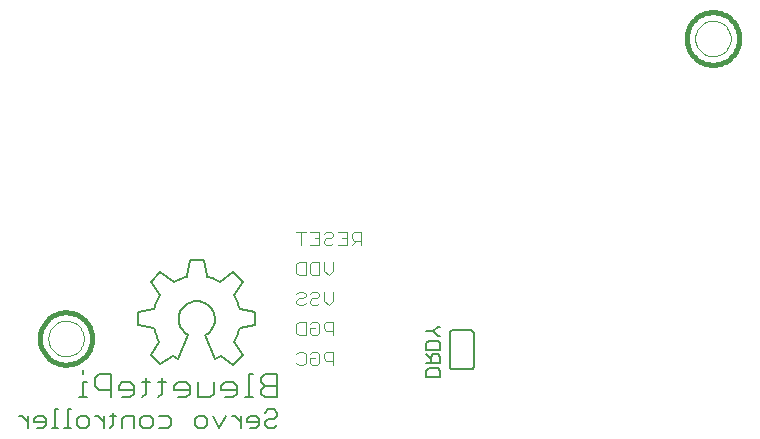
<source format=gbo>
G75*
G70*
%OFA0B0*%
%FSLAX24Y24*%
%IPPOS*%
%LPD*%
%AMOC8*
5,1,8,0,0,1.08239X$1,22.5*
%
%ADD10C,0.0070*%
%ADD11C,0.0050*%
%ADD12C,0.0160*%
%ADD13C,0.0040*%
%ADD14C,0.0080*%
%ADD15C,0.0000*%
%ADD16C,0.0060*%
D10*
X010925Y005255D02*
X011189Y005255D01*
X011057Y005255D02*
X011057Y005783D01*
X011189Y005783D01*
X011454Y005914D02*
X011454Y005651D01*
X011585Y005519D01*
X011981Y005519D01*
X011981Y005255D02*
X011981Y006046D01*
X011585Y006046D01*
X011454Y005914D01*
X011057Y006046D02*
X011057Y006178D01*
X012245Y005651D02*
X012245Y005519D01*
X012773Y005519D01*
X012773Y005387D02*
X012773Y005651D01*
X012641Y005783D01*
X012377Y005783D01*
X012245Y005651D01*
X012377Y005255D02*
X012641Y005255D01*
X012773Y005387D01*
X013037Y005255D02*
X013169Y005387D01*
X013169Y005914D01*
X013301Y005783D02*
X013037Y005783D01*
X013565Y005783D02*
X013828Y005783D01*
X013697Y005914D02*
X013697Y005387D01*
X013565Y005255D01*
X014093Y005519D02*
X014093Y005651D01*
X014225Y005783D01*
X014489Y005783D01*
X014620Y005651D01*
X014620Y005387D01*
X014489Y005255D01*
X014225Y005255D01*
X014093Y005519D02*
X014620Y005519D01*
X014885Y005255D02*
X014885Y005783D01*
X015412Y005783D02*
X015412Y005387D01*
X015280Y005255D01*
X014885Y005255D01*
X015677Y005519D02*
X016204Y005519D01*
X016204Y005387D02*
X016204Y005651D01*
X016072Y005783D01*
X015809Y005783D01*
X015677Y005651D01*
X015677Y005519D01*
X015809Y005255D02*
X016072Y005255D01*
X016204Y005387D01*
X016468Y005255D02*
X016732Y005255D01*
X016600Y005255D02*
X016600Y006046D01*
X016732Y006046D01*
X016997Y005914D02*
X016997Y005783D01*
X017129Y005651D01*
X017524Y005651D01*
X017129Y005651D02*
X016997Y005519D01*
X016997Y005387D01*
X017129Y005255D01*
X017524Y005255D01*
X017524Y006046D01*
X017129Y006046D01*
X016997Y005914D01*
D11*
X009025Y004652D02*
X008923Y004652D01*
X009025Y004652D02*
X009228Y004449D01*
X009429Y004449D02*
X009836Y004449D01*
X009836Y004347D02*
X009836Y004551D01*
X009734Y004652D01*
X009531Y004652D01*
X009429Y004551D01*
X009429Y004449D01*
X009531Y004245D02*
X009734Y004245D01*
X009836Y004347D01*
X010038Y004245D02*
X010241Y004245D01*
X010139Y004245D02*
X010139Y004856D01*
X010241Y004856D01*
X010545Y004856D02*
X010545Y004245D01*
X010646Y004245D02*
X010443Y004245D01*
X010847Y004347D02*
X010847Y004551D01*
X010949Y004652D01*
X011152Y004652D01*
X011254Y004551D01*
X011254Y004347D01*
X011152Y004245D01*
X010949Y004245D01*
X010847Y004347D01*
X010646Y004856D02*
X010545Y004856D01*
X011455Y004652D02*
X011557Y004652D01*
X011761Y004449D01*
X011761Y004652D02*
X011761Y004245D01*
X011962Y004245D02*
X012064Y004347D01*
X012064Y004754D01*
X012166Y004652D02*
X011962Y004652D01*
X012366Y004551D02*
X012366Y004245D01*
X012366Y004551D02*
X012468Y004652D01*
X012773Y004652D01*
X012773Y004245D01*
X012974Y004347D02*
X012974Y004551D01*
X013076Y004652D01*
X013279Y004652D01*
X013381Y004551D01*
X013381Y004347D01*
X013279Y004245D01*
X013076Y004245D01*
X012974Y004347D01*
X013582Y004245D02*
X013887Y004245D01*
X013989Y004347D01*
X013989Y004551D01*
X013887Y004652D01*
X013582Y004652D01*
X014797Y004551D02*
X014797Y004347D01*
X014899Y004245D01*
X015103Y004245D01*
X015204Y004347D01*
X015204Y004551D01*
X015103Y004652D01*
X014899Y004652D01*
X014797Y004551D01*
X015405Y004652D02*
X015608Y004245D01*
X015812Y004652D01*
X016013Y004652D02*
X016115Y004652D01*
X016318Y004449D01*
X016519Y004449D02*
X016519Y004551D01*
X016621Y004652D01*
X016824Y004652D01*
X016926Y004551D01*
X016926Y004347D01*
X016824Y004245D01*
X016621Y004245D01*
X016519Y004449D02*
X016926Y004449D01*
X017127Y004449D02*
X017229Y004551D01*
X017432Y004551D01*
X017534Y004652D01*
X017534Y004754D01*
X017432Y004856D01*
X017229Y004856D01*
X017127Y004754D01*
X017127Y004449D02*
X017127Y004347D01*
X017229Y004245D01*
X017432Y004245D01*
X017534Y004347D01*
X016318Y004245D02*
X016318Y004652D01*
X022509Y005929D02*
X022509Y006154D01*
X022584Y006229D01*
X022884Y006229D01*
X022959Y006154D01*
X022959Y005929D01*
X022509Y005929D01*
X022509Y006389D02*
X022959Y006389D01*
X022959Y006614D01*
X022884Y006690D01*
X022734Y006690D01*
X022659Y006614D01*
X022659Y006389D01*
X022659Y006539D02*
X022509Y006690D01*
X022509Y006850D02*
X022509Y007075D01*
X022584Y007150D01*
X022884Y007150D01*
X022959Y007075D01*
X022959Y006850D01*
X022509Y006850D01*
X022884Y007310D02*
X022734Y007460D01*
X022509Y007460D01*
X022734Y007460D02*
X022884Y007610D01*
X022959Y007610D01*
X022959Y007310D02*
X022884Y007310D01*
X009228Y004652D02*
X009228Y004245D01*
D12*
X009625Y007220D02*
X009627Y007279D01*
X009633Y007337D01*
X009643Y007395D01*
X009657Y007453D01*
X009674Y007509D01*
X009696Y007563D01*
X009721Y007617D01*
X009749Y007668D01*
X009781Y007718D01*
X009816Y007765D01*
X009855Y007809D01*
X009896Y007851D01*
X009940Y007890D01*
X009986Y007926D01*
X010035Y007959D01*
X010086Y007989D01*
X010139Y008014D01*
X010193Y008037D01*
X010249Y008055D01*
X010306Y008070D01*
X010364Y008081D01*
X010423Y008088D01*
X010481Y008091D01*
X010540Y008090D01*
X010599Y008085D01*
X010657Y008076D01*
X010714Y008063D01*
X010771Y008047D01*
X010826Y008026D01*
X010880Y008002D01*
X010931Y007974D01*
X010981Y007943D01*
X011029Y007909D01*
X011074Y007871D01*
X011117Y007831D01*
X011157Y007787D01*
X011194Y007741D01*
X011227Y007693D01*
X011258Y007643D01*
X011284Y007590D01*
X011308Y007536D01*
X011327Y007481D01*
X011343Y007424D01*
X011355Y007366D01*
X011363Y007308D01*
X011367Y007249D01*
X011367Y007191D01*
X011363Y007132D01*
X011355Y007074D01*
X011343Y007016D01*
X011327Y006959D01*
X011308Y006904D01*
X011284Y006850D01*
X011258Y006797D01*
X011227Y006747D01*
X011194Y006699D01*
X011157Y006653D01*
X011117Y006609D01*
X011074Y006569D01*
X011029Y006531D01*
X010981Y006497D01*
X010932Y006466D01*
X010880Y006438D01*
X010826Y006414D01*
X010771Y006393D01*
X010714Y006377D01*
X010657Y006364D01*
X010599Y006355D01*
X010540Y006350D01*
X010481Y006349D01*
X010423Y006352D01*
X010364Y006359D01*
X010306Y006370D01*
X010249Y006385D01*
X010193Y006403D01*
X010139Y006426D01*
X010086Y006451D01*
X010035Y006481D01*
X009986Y006514D01*
X009940Y006550D01*
X009896Y006589D01*
X009855Y006631D01*
X009816Y006675D01*
X009781Y006722D01*
X009749Y006772D01*
X009721Y006823D01*
X009696Y006877D01*
X009674Y006931D01*
X009657Y006987D01*
X009643Y007045D01*
X009633Y007103D01*
X009627Y007161D01*
X009625Y007220D01*
X031182Y017220D02*
X031184Y017279D01*
X031190Y017337D01*
X031200Y017395D01*
X031213Y017452D01*
X031231Y017508D01*
X031252Y017562D01*
X031276Y017616D01*
X031304Y017667D01*
X031336Y017716D01*
X031371Y017764D01*
X031409Y017808D01*
X031449Y017850D01*
X031493Y017890D01*
X031539Y017926D01*
X031587Y017959D01*
X031638Y017989D01*
X031690Y018016D01*
X031744Y018038D01*
X031799Y018058D01*
X031856Y018073D01*
X031913Y018085D01*
X031971Y018093D01*
X032030Y018097D01*
X032088Y018097D01*
X032147Y018093D01*
X032205Y018085D01*
X032262Y018073D01*
X032319Y018058D01*
X032374Y018038D01*
X032428Y018016D01*
X032480Y017989D01*
X032531Y017959D01*
X032579Y017926D01*
X032625Y017890D01*
X032669Y017850D01*
X032709Y017808D01*
X032747Y017764D01*
X032782Y017716D01*
X032814Y017667D01*
X032842Y017616D01*
X032866Y017562D01*
X032887Y017508D01*
X032905Y017452D01*
X032918Y017395D01*
X032928Y017337D01*
X032934Y017279D01*
X032936Y017220D01*
X032934Y017161D01*
X032928Y017103D01*
X032918Y017045D01*
X032905Y016988D01*
X032887Y016932D01*
X032866Y016878D01*
X032842Y016824D01*
X032814Y016773D01*
X032782Y016724D01*
X032747Y016676D01*
X032709Y016632D01*
X032669Y016590D01*
X032625Y016550D01*
X032579Y016514D01*
X032531Y016481D01*
X032480Y016451D01*
X032428Y016424D01*
X032374Y016402D01*
X032319Y016382D01*
X032262Y016367D01*
X032205Y016355D01*
X032147Y016347D01*
X032088Y016343D01*
X032030Y016343D01*
X031971Y016347D01*
X031913Y016355D01*
X031856Y016367D01*
X031799Y016382D01*
X031744Y016402D01*
X031690Y016424D01*
X031638Y016451D01*
X031587Y016481D01*
X031539Y016514D01*
X031493Y016550D01*
X031449Y016590D01*
X031409Y016632D01*
X031371Y016676D01*
X031336Y016724D01*
X031304Y016773D01*
X031276Y016824D01*
X031252Y016878D01*
X031231Y016932D01*
X031213Y016988D01*
X031200Y017045D01*
X031190Y017103D01*
X031184Y017161D01*
X031182Y017220D01*
D13*
X020322Y010787D02*
X020322Y010327D01*
X020322Y010481D02*
X020092Y010481D01*
X020015Y010557D01*
X020015Y010711D01*
X020092Y010787D01*
X020322Y010787D01*
X019862Y010787D02*
X019862Y010327D01*
X019555Y010327D01*
X019401Y010404D02*
X019325Y010327D01*
X019171Y010327D01*
X019094Y010404D01*
X019094Y010481D01*
X019171Y010557D01*
X019325Y010557D01*
X019401Y010634D01*
X019401Y010711D01*
X019325Y010787D01*
X019171Y010787D01*
X019094Y010711D01*
X018941Y010787D02*
X018941Y010327D01*
X018634Y010327D01*
X018787Y010557D02*
X018941Y010557D01*
X018941Y010787D02*
X018634Y010787D01*
X018481Y010787D02*
X018174Y010787D01*
X018327Y010787D02*
X018327Y010327D01*
X018250Y009787D02*
X018481Y009787D01*
X018481Y009327D01*
X018250Y009327D01*
X018174Y009404D01*
X018174Y009711D01*
X018250Y009787D01*
X018634Y009711D02*
X018634Y009404D01*
X018711Y009327D01*
X018941Y009327D01*
X018941Y009787D01*
X018711Y009787D01*
X018634Y009711D01*
X019094Y009787D02*
X019094Y009481D01*
X019248Y009327D01*
X019401Y009481D01*
X019401Y009787D01*
X020015Y010327D02*
X020169Y010481D01*
X019862Y010557D02*
X019708Y010557D01*
X019555Y010787D02*
X019862Y010787D01*
X019401Y008787D02*
X019401Y008481D01*
X019248Y008327D01*
X019094Y008481D01*
X019094Y008787D01*
X018941Y008711D02*
X018941Y008634D01*
X018864Y008557D01*
X018711Y008557D01*
X018634Y008481D01*
X018634Y008404D01*
X018711Y008327D01*
X018864Y008327D01*
X018941Y008404D01*
X018481Y008404D02*
X018404Y008327D01*
X018250Y008327D01*
X018174Y008404D01*
X018174Y008481D01*
X018250Y008557D01*
X018404Y008557D01*
X018481Y008634D01*
X018481Y008711D01*
X018404Y008787D01*
X018250Y008787D01*
X018174Y008711D01*
X018634Y008711D02*
X018711Y008787D01*
X018864Y008787D01*
X018941Y008711D01*
X018864Y007787D02*
X018711Y007787D01*
X018634Y007711D01*
X018634Y007557D02*
X018787Y007557D01*
X018634Y007557D02*
X018634Y007404D01*
X018711Y007327D01*
X018864Y007327D01*
X018941Y007404D01*
X018941Y007711D01*
X018864Y007787D01*
X019094Y007711D02*
X019094Y007557D01*
X019171Y007481D01*
X019401Y007481D01*
X019401Y007327D02*
X019401Y007787D01*
X019171Y007787D01*
X019094Y007711D01*
X018481Y007787D02*
X018481Y007327D01*
X018250Y007327D01*
X018174Y007404D01*
X018174Y007711D01*
X018250Y007787D01*
X018481Y007787D01*
X018404Y006787D02*
X018250Y006787D01*
X018174Y006711D01*
X018404Y006787D02*
X018481Y006711D01*
X018481Y006404D01*
X018404Y006327D01*
X018250Y006327D01*
X018174Y006404D01*
X018634Y006404D02*
X018634Y006557D01*
X018787Y006557D01*
X018634Y006404D02*
X018711Y006327D01*
X018864Y006327D01*
X018941Y006404D01*
X018941Y006711D01*
X018864Y006787D01*
X018711Y006787D01*
X018634Y006711D01*
X019094Y006711D02*
X019094Y006557D01*
X019171Y006481D01*
X019401Y006481D01*
X019401Y006327D02*
X019401Y006787D01*
X019171Y006787D01*
X019094Y006711D01*
D14*
X016809Y007665D02*
X016809Y008115D01*
X016279Y008215D01*
X016089Y008655D02*
X016399Y009105D01*
X016069Y009425D01*
X015619Y009115D01*
X015189Y009295D02*
X015089Y009835D01*
X014629Y009835D01*
X014529Y009295D01*
X014099Y009115D02*
X013639Y009425D01*
X013319Y009105D01*
X013629Y008655D01*
X013439Y008215D02*
X012909Y008115D01*
X012909Y007665D01*
X013429Y007565D01*
X013609Y007105D02*
X013319Y006675D01*
X013639Y006355D01*
X014059Y006635D01*
X014239Y006535D01*
X014569Y007335D01*
X015139Y007335D02*
X015469Y006535D01*
X015649Y006635D01*
X016069Y006345D01*
X016399Y006675D01*
X016099Y007105D01*
X016289Y007565D02*
X016809Y007665D01*
X015619Y009115D02*
X015561Y009148D01*
X015502Y009178D01*
X015441Y009205D01*
X015380Y009229D01*
X015317Y009251D01*
X015253Y009270D01*
X015189Y009285D01*
X016089Y008655D02*
X016125Y008597D01*
X016158Y008536D01*
X016189Y008474D01*
X016216Y008411D01*
X016240Y008347D01*
X016261Y008281D01*
X016279Y008215D01*
X014529Y009285D02*
X014455Y009266D01*
X014383Y009243D01*
X014312Y009216D01*
X014242Y009186D01*
X014175Y009152D01*
X014109Y009115D01*
X014569Y007335D02*
X014527Y007359D01*
X014488Y007387D01*
X014451Y007418D01*
X014416Y007452D01*
X014384Y007488D01*
X014356Y007527D01*
X014330Y007568D01*
X014308Y007611D01*
X014290Y007656D01*
X014275Y007702D01*
X014263Y007749D01*
X014256Y007796D01*
X014252Y007844D01*
X014253Y007893D01*
X014257Y007941D01*
X014265Y007988D01*
X014277Y008035D01*
X014292Y008081D01*
X014311Y008125D01*
X014334Y008168D01*
X014360Y008209D01*
X014389Y008247D01*
X014421Y008283D01*
X014456Y008317D01*
X014494Y008347D01*
X014533Y008374D01*
X014575Y008399D01*
X014619Y008419D01*
X014664Y008436D01*
X014710Y008450D01*
X014758Y008459D01*
X014806Y008465D01*
X014854Y008467D01*
X014902Y008465D01*
X014950Y008459D01*
X014998Y008450D01*
X015044Y008436D01*
X015089Y008419D01*
X015133Y008399D01*
X015175Y008374D01*
X015214Y008347D01*
X015252Y008317D01*
X015287Y008283D01*
X015319Y008247D01*
X015348Y008209D01*
X015374Y008168D01*
X015397Y008125D01*
X015416Y008081D01*
X015431Y008035D01*
X015443Y007988D01*
X015451Y007941D01*
X015455Y007893D01*
X015456Y007844D01*
X015452Y007796D01*
X015445Y007749D01*
X015433Y007702D01*
X015418Y007656D01*
X015400Y007611D01*
X015378Y007568D01*
X015352Y007527D01*
X015324Y007488D01*
X015292Y007452D01*
X015257Y007418D01*
X015220Y007387D01*
X015181Y007359D01*
X015139Y007335D01*
X013609Y007105D02*
X013574Y007167D01*
X013541Y007230D01*
X013512Y007295D01*
X013487Y007361D01*
X013464Y007428D01*
X013445Y007496D01*
X013429Y007566D01*
X016099Y007105D02*
X016134Y007167D01*
X016167Y007230D01*
X016196Y007295D01*
X016221Y007361D01*
X016244Y007428D01*
X016263Y007496D01*
X016279Y007566D01*
X013629Y008655D02*
X013593Y008596D01*
X013560Y008536D01*
X013530Y008474D01*
X013503Y008411D01*
X013478Y008347D01*
X013457Y008281D01*
X013439Y008215D01*
D15*
X009905Y007220D02*
X009907Y007268D01*
X009913Y007316D01*
X009923Y007363D01*
X009936Y007409D01*
X009954Y007454D01*
X009974Y007498D01*
X009999Y007540D01*
X010027Y007579D01*
X010057Y007616D01*
X010091Y007650D01*
X010128Y007682D01*
X010166Y007711D01*
X010207Y007736D01*
X010250Y007758D01*
X010295Y007776D01*
X010341Y007790D01*
X010388Y007801D01*
X010436Y007808D01*
X010484Y007811D01*
X010532Y007810D01*
X010580Y007805D01*
X010628Y007796D01*
X010674Y007784D01*
X010719Y007767D01*
X010763Y007747D01*
X010805Y007724D01*
X010845Y007697D01*
X010883Y007667D01*
X010918Y007634D01*
X010950Y007598D01*
X010980Y007560D01*
X011006Y007519D01*
X011028Y007476D01*
X011048Y007432D01*
X011063Y007387D01*
X011075Y007340D01*
X011083Y007292D01*
X011087Y007244D01*
X011087Y007196D01*
X011083Y007148D01*
X011075Y007100D01*
X011063Y007053D01*
X011048Y007008D01*
X011028Y006964D01*
X011006Y006921D01*
X010980Y006880D01*
X010950Y006842D01*
X010918Y006806D01*
X010883Y006773D01*
X010845Y006743D01*
X010805Y006716D01*
X010763Y006693D01*
X010719Y006673D01*
X010674Y006656D01*
X010628Y006644D01*
X010580Y006635D01*
X010532Y006630D01*
X010484Y006629D01*
X010436Y006632D01*
X010388Y006639D01*
X010341Y006650D01*
X010295Y006664D01*
X010250Y006682D01*
X010207Y006704D01*
X010166Y006729D01*
X010128Y006758D01*
X010091Y006790D01*
X010057Y006824D01*
X010027Y006861D01*
X009999Y006900D01*
X009974Y006942D01*
X009954Y006986D01*
X009936Y007031D01*
X009923Y007077D01*
X009913Y007124D01*
X009907Y007172D01*
X009905Y007220D01*
X031468Y017220D02*
X031470Y017268D01*
X031476Y017316D01*
X031486Y017363D01*
X031499Y017409D01*
X031517Y017454D01*
X031537Y017498D01*
X031562Y017540D01*
X031590Y017579D01*
X031620Y017616D01*
X031654Y017650D01*
X031691Y017682D01*
X031729Y017711D01*
X031770Y017736D01*
X031813Y017758D01*
X031858Y017776D01*
X031904Y017790D01*
X031951Y017801D01*
X031999Y017808D01*
X032047Y017811D01*
X032095Y017810D01*
X032143Y017805D01*
X032191Y017796D01*
X032237Y017784D01*
X032282Y017767D01*
X032326Y017747D01*
X032368Y017724D01*
X032408Y017697D01*
X032446Y017667D01*
X032481Y017634D01*
X032513Y017598D01*
X032543Y017560D01*
X032569Y017519D01*
X032591Y017476D01*
X032611Y017432D01*
X032626Y017387D01*
X032638Y017340D01*
X032646Y017292D01*
X032650Y017244D01*
X032650Y017196D01*
X032646Y017148D01*
X032638Y017100D01*
X032626Y017053D01*
X032611Y017008D01*
X032591Y016964D01*
X032569Y016921D01*
X032543Y016880D01*
X032513Y016842D01*
X032481Y016806D01*
X032446Y016773D01*
X032408Y016743D01*
X032368Y016716D01*
X032326Y016693D01*
X032282Y016673D01*
X032237Y016656D01*
X032191Y016644D01*
X032143Y016635D01*
X032095Y016630D01*
X032047Y016629D01*
X031999Y016632D01*
X031951Y016639D01*
X031904Y016650D01*
X031858Y016664D01*
X031813Y016682D01*
X031770Y016704D01*
X031729Y016729D01*
X031691Y016758D01*
X031654Y016790D01*
X031620Y016824D01*
X031590Y016861D01*
X031562Y016900D01*
X031537Y016942D01*
X031517Y016986D01*
X031499Y017031D01*
X031486Y017077D01*
X031476Y017124D01*
X031470Y017172D01*
X031468Y017220D01*
D16*
X023984Y007495D02*
X023384Y007495D01*
X023367Y007493D01*
X023350Y007489D01*
X023334Y007482D01*
X023320Y007472D01*
X023307Y007459D01*
X023297Y007445D01*
X023290Y007429D01*
X023286Y007412D01*
X023284Y007395D01*
X023284Y006295D01*
X023286Y006278D01*
X023290Y006261D01*
X023297Y006245D01*
X023307Y006231D01*
X023320Y006218D01*
X023334Y006208D01*
X023350Y006201D01*
X023367Y006197D01*
X023384Y006195D01*
X023984Y006195D01*
X024001Y006197D01*
X024018Y006201D01*
X024034Y006208D01*
X024048Y006218D01*
X024061Y006231D01*
X024071Y006245D01*
X024078Y006261D01*
X024082Y006278D01*
X024084Y006295D01*
X024084Y007395D01*
X024082Y007412D01*
X024078Y007429D01*
X024071Y007445D01*
X024061Y007459D01*
X024048Y007472D01*
X024034Y007482D01*
X024018Y007489D01*
X024001Y007493D01*
X023984Y007495D01*
M02*

</source>
